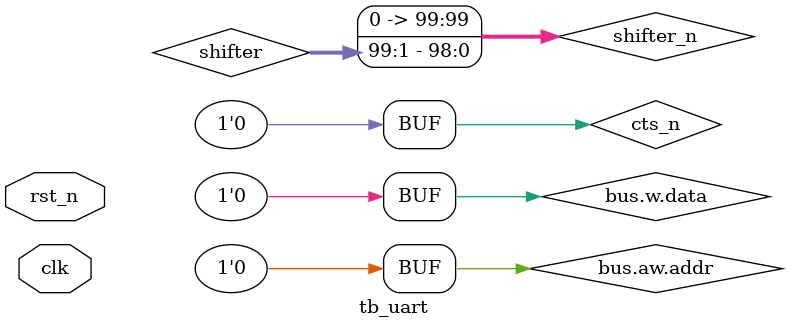
<source format=sv>


module tb_uart
  (
    input logic rst_n,
    input logic clk
  );

  logic rx;
  logic tx;
  logic rts_n;
  logic cts_n;
  logic wakeup;
  logic rx_irq;
  logic tx_irq;

  axi4 #(.alen(32), .xlen(32), .idlen(5)) bus(.clk(clk));

  uart #(.regmap(32'h1_0000)) uart_i 
  (
    .rst_n    (rst_n),
    .clk      (clk),
    .rx       (rx),
    .tx       (tx),
    .rts_n    (rts_n),
    .cts_n    (cts_n),
    .bus      (bus),
    .wakeup   (wakeup),
    .rx_irq   (rx_irq),
    .tx_irq   (tx_irq)
  );
  
  // DEBUG 

  logic [31:0] counter;
  logic tck;
  logic reseted;

  always_comb begin
    if(reseted) begin
      bus.aw.addr = 32'h1_0000;
      bus.aw_valid = 1;
      bus.w.data = 2604;
      bus.w_valid = 1;
    end else begin
      bus.aw.addr = 32'h1_0000;
      bus.aw_valid = 0;
      bus.w.data = 2604;
      bus.w_valid = 0;
    end
  end

  always_ff @(posedge clk or negedge rst_n) begin
    if(!rst_n) begin
      reseted <= 0;
      counter <= 0;
      tck <= 0;
    end else begin
      reseted <= 1;
      counter <= counter + 1;
      if(counter >= 1302) begin
        tck <= !tck;
        counter <= 0;
      end
    end
  end

  logic [99:0] shifter, shifter_n;

  always_comb begin
    shifter_n = shifter >> 1;
    cts_n = 0;
  end

  always_ff @(posedge tck or negedge rst_n) begin
    if(!rst_n) begin
      rx <= 1;
      shifter <= {{50{1'b1}}, 12'b100010100101, {38{1'b1}}};
    end else begin
      rx <= shifter_n[0];
      shifter <= shifter_n;
    end
  end
  
endmodule

</source>
